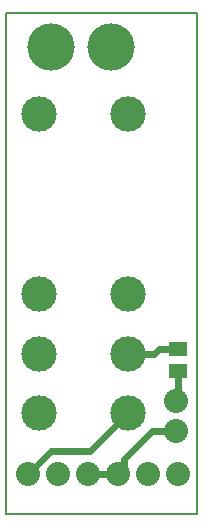
<source format=gbr>
G04 DipTrace 2.4.0.2*
%INtop.gbr*%
%MOIN*%
%ADD11C,0.006*%
%ADD13C,0.0236*%
%ADD19C,0.08*%
%ADD20R,0.0591X0.0512*%
%ADD21C,0.1181*%
%ADD24C,0.1575*%
%FSLAX44Y44*%
G04*
G70*
G90*
G75*
G01*
%LNTop*%
%LPD*%
X8001Y7275D2*
D13*
X6741Y6015D1*
X5452D1*
X4690Y5253D1*
X9628Y6690D2*
X8816D1*
X7878Y5753D1*
Y5440D1*
X7690Y5253D1*
X6690D2*
X7690D1*
X9628Y7690D2*
X9690Y7752D1*
Y8692D1*
X8001Y9260D2*
X8868D1*
X9048Y9440D1*
X9690D1*
D19*
X4690Y5253D3*
X5690D3*
X6690D3*
X7690D3*
X8690D3*
X9690D3*
X9628Y6690D3*
Y7690D3*
D20*
X9690Y8692D3*
Y9440D3*
D21*
X8001Y17252D3*
X5049D3*
X8001Y11244D3*
Y9260D3*
Y7275D3*
X5049Y11244D3*
Y9260D3*
Y7275D3*
D24*
X5440Y19504D3*
X7440D3*
%LNBoardOutline*%
X3940Y3940D2*
D11*
X10316D1*
Y20629D1*
X3940D1*
Y3940D1*
M02*

</source>
